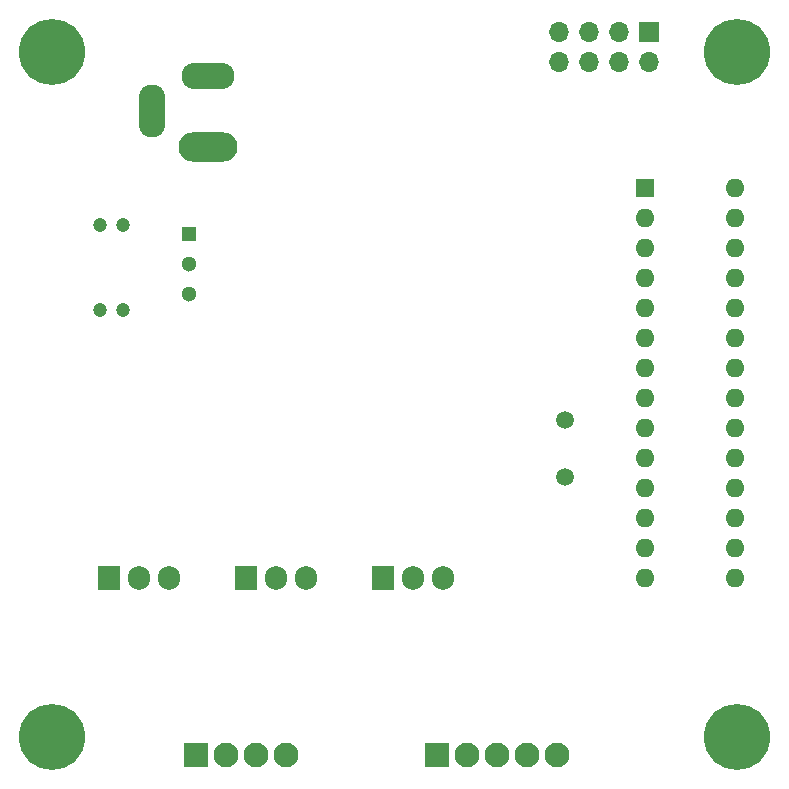
<source format=gbr>
%TF.GenerationSoftware,KiCad,Pcbnew,7.0.1*%
%TF.CreationDate,2023-03-29T16:15:43+02:00*%
%TF.ProjectId,mainboard,6d61696e-626f-4617-9264-2e6b69636164,1.0*%
%TF.SameCoordinates,Original*%
%TF.FileFunction,Soldermask,Bot*%
%TF.FilePolarity,Negative*%
%FSLAX46Y46*%
G04 Gerber Fmt 4.6, Leading zero omitted, Abs format (unit mm)*
G04 Created by KiCad (PCBNEW 7.0.1) date 2023-03-29 16:15:43*
%MOMM*%
%LPD*%
G01*
G04 APERTURE LIST*
%ADD10C,5.600000*%
%ADD11R,1.600000X1.600000*%
%ADD12O,1.600000X1.600000*%
%ADD13R,1.905000X2.000000*%
%ADD14O,1.905000X2.000000*%
%ADD15O,5.000000X2.500000*%
%ADD16O,4.500000X2.250000*%
%ADD17O,2.250000X4.500000*%
%ADD18R,1.700000X1.700000*%
%ADD19O,1.700000X1.700000*%
%ADD20R,2.100000X2.100000*%
%ADD21C,2.100000*%
%ADD22R,1.300000X1.300000*%
%ADD23C,1.300000*%
%ADD24C,1.200000*%
%ADD25C,1.500000*%
G04 APERTURE END LIST*
D10*
%TO.C,H4*%
X173900000Y-124600000D03*
%TD*%
%TO.C,H2*%
X173900000Y-66600000D03*
%TD*%
D11*
%TO.C,U2*%
X166080000Y-78080000D03*
D12*
X166080000Y-80620000D03*
X166080000Y-83160000D03*
X166080000Y-85700000D03*
X166080000Y-88240000D03*
X166080000Y-90780000D03*
X166080000Y-93320000D03*
X166080000Y-95860000D03*
X166080000Y-98400000D03*
X166080000Y-100940000D03*
X166080000Y-103480000D03*
X166080000Y-106020000D03*
X166080000Y-108560000D03*
X166080000Y-111100000D03*
X173700000Y-111100000D03*
X173700000Y-108560000D03*
X173700000Y-106020000D03*
X173700000Y-103480000D03*
X173700000Y-100940000D03*
X173700000Y-98400000D03*
X173700000Y-95860000D03*
X173700000Y-93320000D03*
X173700000Y-90780000D03*
X173700000Y-88240000D03*
X173700000Y-85700000D03*
X173700000Y-83160000D03*
X173700000Y-80620000D03*
X173700000Y-78080000D03*
%TD*%
D10*
%TO.C,H3*%
X115900000Y-124600000D03*
%TD*%
%TO.C,H1*%
X115900000Y-66600000D03*
%TD*%
D13*
%TO.C,Q3*%
X143900000Y-111100000D03*
D14*
X146440000Y-111100000D03*
X148980000Y-111100000D03*
%TD*%
D15*
%TO.C,J1*%
X129100000Y-74600000D03*
D16*
X129100000Y-68600000D03*
D17*
X124400000Y-71600000D03*
%TD*%
D13*
%TO.C,Q1*%
X120720000Y-111100000D03*
D14*
X123260000Y-111100000D03*
X125800000Y-111100000D03*
%TD*%
D18*
%TO.C,J4*%
X166500000Y-64860000D03*
D19*
X166500000Y-67400000D03*
X163960000Y-64860000D03*
X163960000Y-67400000D03*
X161420000Y-64860000D03*
X161420000Y-67400000D03*
X158880000Y-64860000D03*
X158880000Y-67400000D03*
%TD*%
D20*
%TO.C,J3*%
X128120000Y-126100000D03*
D21*
X130660000Y-126100000D03*
X133200000Y-126100000D03*
X135740000Y-126100000D03*
%TD*%
D22*
%TO.C,U1*%
X127500000Y-82020000D03*
D23*
X127500000Y-84560000D03*
X127500000Y-87100000D03*
%TD*%
D20*
%TO.C,J2*%
X148520000Y-126100000D03*
D21*
X151060000Y-126100000D03*
X153600000Y-126100000D03*
X156140000Y-126100000D03*
X158680000Y-126100000D03*
%TD*%
D13*
%TO.C,Q2*%
X132300000Y-111100000D03*
D14*
X134840000Y-111100000D03*
X137380000Y-111100000D03*
%TD*%
D24*
%TO.C,C1*%
X121950000Y-81260000D03*
X119950000Y-81260000D03*
%TD*%
D25*
%TO.C,Y1*%
X159380000Y-102610000D03*
X159380000Y-97730000D03*
%TD*%
D24*
%TO.C,C2*%
X121950000Y-88460000D03*
X119950000Y-88460000D03*
%TD*%
M02*

</source>
